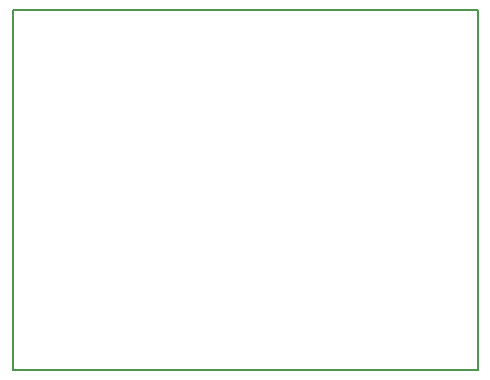
<source format=gm1>
G04 #@! TF.FileFunction,Profile,NP*
%FSLAX46Y46*%
G04 Gerber Fmt 4.6, Leading zero omitted, Abs format (unit mm)*
G04 Created by KiCad (PCBNEW 4.0.2-stable) date 4/28/2016 9:51:21 AM*
%MOMM*%
G01*
G04 APERTURE LIST*
%ADD10C,0.100000*%
%ADD11C,0.150000*%
G04 APERTURE END LIST*
D10*
D11*
X144780000Y-116840000D02*
X144780000Y-86360000D01*
X105410000Y-116840000D02*
X144780000Y-116840000D01*
X105410000Y-86360000D02*
X105410000Y-116840000D01*
X144780000Y-86360000D02*
X105410000Y-86360000D01*
M02*

</source>
